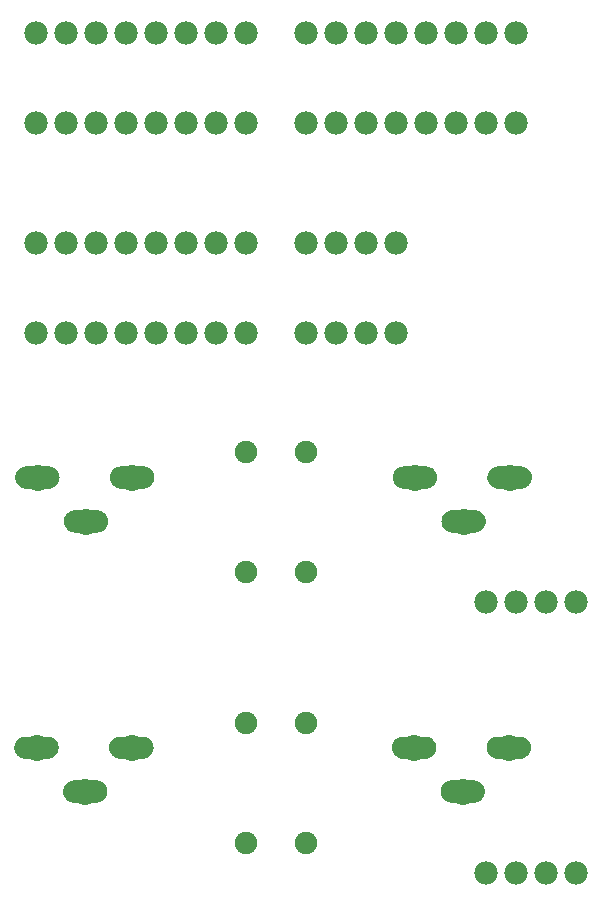
<source format=gbl>
G04 MADE WITH FRITZING*
G04 WWW.FRITZING.ORG*
G04 DOUBLE SIDED*
G04 HOLES PLATED*
G04 CONTOUR ON CENTER OF CONTOUR VECTOR*
%ASAXBY*%
%FSLAX23Y23*%
%MOIN*%
%OFA0B0*%
%SFA1.0B1.0*%
%ADD10C,0.078000*%
%ADD11C,0.075000*%
%ADD12C,0.087244*%
%ADD13R,0.001000X0.001000*%
%LNCOPPER0*%
G90*
G70*
G54D10*
X1820Y3439D03*
X1720Y3439D03*
X1620Y3439D03*
X1520Y3439D03*
X1420Y3439D03*
X1320Y3439D03*
X1220Y3439D03*
X1120Y3439D03*
X920Y3439D03*
X820Y3439D03*
X720Y3439D03*
X620Y3439D03*
X520Y3439D03*
X420Y3439D03*
X320Y3439D03*
X220Y3439D03*
X1420Y2739D03*
X1320Y2739D03*
X1220Y2739D03*
X1120Y2739D03*
X920Y3739D03*
X820Y3739D03*
X720Y3739D03*
X620Y3739D03*
X520Y3739D03*
X420Y3739D03*
X320Y3739D03*
X220Y3739D03*
X920Y2739D03*
X820Y2739D03*
X720Y2739D03*
X620Y2739D03*
X520Y2739D03*
X420Y2739D03*
X320Y2739D03*
X220Y2739D03*
X1820Y3739D03*
X1720Y3739D03*
X1620Y3739D03*
X1520Y3739D03*
X1420Y3739D03*
X1320Y3739D03*
X1220Y3739D03*
X1120Y3739D03*
X1420Y3039D03*
X1320Y3039D03*
X1220Y3039D03*
X1120Y3039D03*
X920Y3039D03*
X820Y3039D03*
X720Y3039D03*
X620Y3039D03*
X520Y3039D03*
X420Y3039D03*
X320Y3039D03*
X220Y3039D03*
G54D11*
X1123Y2340D03*
X1123Y1940D03*
X1120Y1439D03*
X1120Y1039D03*
X923Y2340D03*
X923Y1940D03*
X920Y1439D03*
X920Y1039D03*
G54D10*
X2023Y1840D03*
X1923Y1840D03*
X1823Y1840D03*
X1723Y1840D03*
X2020Y939D03*
X1920Y939D03*
X1820Y939D03*
X1720Y939D03*
G54D12*
X1798Y1355D03*
X1801Y2256D03*
X542Y2256D03*
X540Y1355D03*
X1645Y1209D03*
X1648Y2109D03*
X386Y1209D03*
X389Y2109D03*
X1482Y1355D03*
X1485Y2256D03*
X227Y2256D03*
X224Y1355D03*
G54D13*
X185Y2293D02*
X267Y2293D01*
X501Y2293D02*
X583Y2293D01*
X1444Y2293D02*
X1525Y2293D01*
X1760Y2293D02*
X1841Y2293D01*
X180Y2292D02*
X272Y2292D01*
X496Y2292D02*
X588Y2292D01*
X1439Y2292D02*
X1530Y2292D01*
X1755Y2292D02*
X1846Y2292D01*
X177Y2291D02*
X275Y2291D01*
X493Y2291D02*
X591Y2291D01*
X1435Y2291D02*
X1534Y2291D01*
X1751Y2291D02*
X1850Y2291D01*
X174Y2290D02*
X278Y2290D01*
X490Y2290D02*
X594Y2290D01*
X1433Y2290D02*
X1536Y2290D01*
X1749Y2290D02*
X1852Y2290D01*
X172Y2289D02*
X280Y2289D01*
X488Y2289D02*
X596Y2289D01*
X1431Y2289D02*
X1538Y2289D01*
X1747Y2289D02*
X1854Y2289D01*
X171Y2288D02*
X281Y2288D01*
X486Y2288D02*
X597Y2288D01*
X1429Y2288D02*
X1540Y2288D01*
X1745Y2288D02*
X1856Y2288D01*
X169Y2287D02*
X283Y2287D01*
X485Y2287D02*
X599Y2287D01*
X1427Y2287D02*
X1542Y2287D01*
X1743Y2287D02*
X1857Y2287D01*
X168Y2286D02*
X284Y2286D01*
X483Y2286D02*
X600Y2286D01*
X1426Y2286D02*
X1543Y2286D01*
X1742Y2286D02*
X1859Y2286D01*
X166Y2285D02*
X286Y2285D01*
X482Y2285D02*
X602Y2285D01*
X1425Y2285D02*
X1544Y2285D01*
X1741Y2285D02*
X1860Y2285D01*
X165Y2284D02*
X287Y2284D01*
X481Y2284D02*
X603Y2284D01*
X1424Y2284D02*
X1545Y2284D01*
X1739Y2284D02*
X1861Y2284D01*
X164Y2283D02*
X288Y2283D01*
X480Y2283D02*
X604Y2283D01*
X1423Y2283D02*
X1547Y2283D01*
X1738Y2283D02*
X1862Y2283D01*
X163Y2282D02*
X289Y2282D01*
X479Y2282D02*
X605Y2282D01*
X1422Y2282D02*
X1548Y2282D01*
X1737Y2282D02*
X1863Y2282D01*
X162Y2281D02*
X290Y2281D01*
X478Y2281D02*
X606Y2281D01*
X1421Y2281D02*
X1548Y2281D01*
X1736Y2281D02*
X1864Y2281D01*
X161Y2280D02*
X291Y2280D01*
X477Y2280D02*
X607Y2280D01*
X1420Y2280D02*
X1549Y2280D01*
X1736Y2280D02*
X1865Y2280D01*
X160Y2279D02*
X292Y2279D01*
X476Y2279D02*
X608Y2279D01*
X1419Y2279D02*
X1550Y2279D01*
X1735Y2279D02*
X1866Y2279D01*
X160Y2278D02*
X222Y2278D01*
X230Y2278D02*
X292Y2278D01*
X476Y2278D02*
X538Y2278D01*
X546Y2278D02*
X608Y2278D01*
X1418Y2278D02*
X1481Y2278D01*
X1488Y2278D02*
X1551Y2278D01*
X1734Y2278D02*
X1797Y2278D01*
X1804Y2278D02*
X1867Y2278D01*
X159Y2277D02*
X218Y2277D01*
X234Y2277D02*
X293Y2277D01*
X475Y2277D02*
X534Y2277D01*
X549Y2277D02*
X609Y2277D01*
X1417Y2277D02*
X1477Y2277D01*
X1492Y2277D02*
X1552Y2277D01*
X1733Y2277D02*
X1793Y2277D01*
X1808Y2277D02*
X1868Y2277D01*
X158Y2276D02*
X216Y2276D01*
X236Y2276D02*
X294Y2276D01*
X474Y2276D02*
X532Y2276D01*
X552Y2276D02*
X610Y2276D01*
X1417Y2276D02*
X1475Y2276D01*
X1495Y2276D02*
X1552Y2276D01*
X1733Y2276D02*
X1790Y2276D01*
X1810Y2276D02*
X1868Y2276D01*
X158Y2275D02*
X214Y2275D01*
X238Y2275D02*
X294Y2275D01*
X474Y2275D02*
X530Y2275D01*
X554Y2275D02*
X610Y2275D01*
X1416Y2275D02*
X1473Y2275D01*
X1496Y2275D02*
X1553Y2275D01*
X1732Y2275D02*
X1789Y2275D01*
X1812Y2275D02*
X1869Y2275D01*
X157Y2274D02*
X213Y2274D01*
X239Y2274D02*
X295Y2274D01*
X473Y2274D02*
X528Y2274D01*
X555Y2274D02*
X611Y2274D01*
X1416Y2274D02*
X1471Y2274D01*
X1498Y2274D02*
X1554Y2274D01*
X1731Y2274D02*
X1787Y2274D01*
X1814Y2274D02*
X1869Y2274D01*
X157Y2273D02*
X211Y2273D01*
X241Y2273D02*
X296Y2273D01*
X472Y2273D02*
X527Y2273D01*
X557Y2273D02*
X611Y2273D01*
X1415Y2273D02*
X1470Y2273D01*
X1499Y2273D02*
X1554Y2273D01*
X1731Y2273D02*
X1786Y2273D01*
X1815Y2273D02*
X1870Y2273D01*
X156Y2272D02*
X210Y2272D01*
X242Y2272D02*
X296Y2272D01*
X472Y2272D02*
X526Y2272D01*
X558Y2272D02*
X612Y2272D01*
X1415Y2272D02*
X1469Y2272D01*
X1500Y2272D02*
X1554Y2272D01*
X1730Y2272D02*
X1785Y2272D01*
X1816Y2272D02*
X1870Y2272D01*
X156Y2271D02*
X209Y2271D01*
X243Y2271D02*
X296Y2271D01*
X471Y2271D02*
X525Y2271D01*
X559Y2271D02*
X612Y2271D01*
X1414Y2271D02*
X1468Y2271D01*
X1501Y2271D02*
X1555Y2271D01*
X1730Y2271D02*
X1784Y2271D01*
X1817Y2271D02*
X1871Y2271D01*
X155Y2270D02*
X208Y2270D01*
X244Y2270D02*
X297Y2270D01*
X471Y2270D02*
X524Y2270D01*
X559Y2270D02*
X613Y2270D01*
X1414Y2270D02*
X1467Y2270D01*
X1502Y2270D02*
X1555Y2270D01*
X1730Y2270D02*
X1783Y2270D01*
X1818Y2270D02*
X1871Y2270D01*
X155Y2269D02*
X208Y2269D01*
X244Y2269D02*
X297Y2269D01*
X471Y2269D02*
X524Y2269D01*
X560Y2269D02*
X613Y2269D01*
X1413Y2269D02*
X1466Y2269D01*
X1503Y2269D02*
X1556Y2269D01*
X1729Y2269D02*
X1782Y2269D01*
X1819Y2269D02*
X1872Y2269D01*
X154Y2268D02*
X207Y2268D01*
X245Y2268D02*
X298Y2268D01*
X470Y2268D02*
X523Y2268D01*
X561Y2268D02*
X613Y2268D01*
X1413Y2268D02*
X1466Y2268D01*
X1504Y2268D02*
X1556Y2268D01*
X1729Y2268D02*
X1781Y2268D01*
X1819Y2268D02*
X1872Y2268D01*
X154Y2267D02*
X206Y2267D01*
X246Y2267D02*
X298Y2267D01*
X470Y2267D02*
X522Y2267D01*
X561Y2267D02*
X614Y2267D01*
X1413Y2267D02*
X1465Y2267D01*
X1504Y2267D02*
X1556Y2267D01*
X1729Y2267D02*
X1781Y2267D01*
X1820Y2267D02*
X1872Y2267D01*
X154Y2266D02*
X206Y2266D01*
X246Y2266D02*
X298Y2266D01*
X470Y2266D02*
X522Y2266D01*
X562Y2266D02*
X614Y2266D01*
X1412Y2266D02*
X1464Y2266D01*
X1505Y2266D02*
X1557Y2266D01*
X1728Y2266D02*
X1780Y2266D01*
X1821Y2266D02*
X1873Y2266D01*
X154Y2265D02*
X205Y2265D01*
X247Y2265D02*
X298Y2265D01*
X469Y2265D02*
X521Y2265D01*
X563Y2265D02*
X614Y2265D01*
X1412Y2265D02*
X1464Y2265D01*
X1505Y2265D02*
X1557Y2265D01*
X1728Y2265D02*
X1780Y2265D01*
X1821Y2265D02*
X1873Y2265D01*
X153Y2264D02*
X205Y2264D01*
X247Y2264D02*
X299Y2264D01*
X469Y2264D02*
X521Y2264D01*
X563Y2264D02*
X615Y2264D01*
X1412Y2264D02*
X1464Y2264D01*
X1506Y2264D02*
X1557Y2264D01*
X1728Y2264D02*
X1779Y2264D01*
X1821Y2264D02*
X1873Y2264D01*
X153Y2263D02*
X205Y2263D01*
X247Y2263D02*
X299Y2263D01*
X469Y2263D02*
X521Y2263D01*
X563Y2263D02*
X615Y2263D01*
X1412Y2263D02*
X1463Y2263D01*
X1506Y2263D02*
X1557Y2263D01*
X1728Y2263D02*
X1779Y2263D01*
X1822Y2263D02*
X1873Y2263D01*
X153Y2262D02*
X204Y2262D01*
X248Y2262D02*
X299Y2262D01*
X469Y2262D02*
X520Y2262D01*
X564Y2262D02*
X615Y2262D01*
X1412Y2262D02*
X1463Y2262D01*
X1506Y2262D02*
X1558Y2262D01*
X1727Y2262D02*
X1779Y2262D01*
X1822Y2262D02*
X1873Y2262D01*
X153Y2261D02*
X204Y2261D01*
X248Y2261D02*
X299Y2261D01*
X469Y2261D02*
X520Y2261D01*
X564Y2261D02*
X615Y2261D01*
X1411Y2261D02*
X1463Y2261D01*
X1507Y2261D02*
X1558Y2261D01*
X1727Y2261D02*
X1778Y2261D01*
X1822Y2261D02*
X1874Y2261D01*
X153Y2260D02*
X204Y2260D01*
X248Y2260D02*
X299Y2260D01*
X469Y2260D02*
X520Y2260D01*
X564Y2260D02*
X615Y2260D01*
X1411Y2260D02*
X1462Y2260D01*
X1507Y2260D02*
X1558Y2260D01*
X1727Y2260D02*
X1778Y2260D01*
X1823Y2260D02*
X1874Y2260D01*
X153Y2259D02*
X204Y2259D01*
X248Y2259D02*
X299Y2259D01*
X469Y2259D02*
X520Y2259D01*
X564Y2259D02*
X615Y2259D01*
X1411Y2259D02*
X1462Y2259D01*
X1507Y2259D02*
X1558Y2259D01*
X1727Y2259D02*
X1778Y2259D01*
X1823Y2259D02*
X1874Y2259D01*
X153Y2258D02*
X204Y2258D01*
X248Y2258D02*
X299Y2258D01*
X468Y2258D02*
X519Y2258D01*
X564Y2258D02*
X615Y2258D01*
X1411Y2258D02*
X1462Y2258D01*
X1507Y2258D02*
X1558Y2258D01*
X1727Y2258D02*
X1778Y2258D01*
X1823Y2258D02*
X1874Y2258D01*
X153Y2257D02*
X204Y2257D01*
X249Y2257D02*
X299Y2257D01*
X468Y2257D02*
X519Y2257D01*
X564Y2257D02*
X615Y2257D01*
X1411Y2257D02*
X1462Y2257D01*
X1507Y2257D02*
X1558Y2257D01*
X1727Y2257D02*
X1778Y2257D01*
X1823Y2257D02*
X1874Y2257D01*
X153Y2256D02*
X204Y2256D01*
X249Y2256D02*
X300Y2256D01*
X468Y2256D02*
X519Y2256D01*
X564Y2256D02*
X615Y2256D01*
X1411Y2256D02*
X1462Y2256D01*
X1507Y2256D02*
X1558Y2256D01*
X1727Y2256D02*
X1778Y2256D01*
X1823Y2256D02*
X1874Y2256D01*
X153Y2255D02*
X204Y2255D01*
X248Y2255D02*
X299Y2255D01*
X468Y2255D02*
X519Y2255D01*
X564Y2255D02*
X615Y2255D01*
X1411Y2255D02*
X1462Y2255D01*
X1507Y2255D02*
X1558Y2255D01*
X1727Y2255D02*
X1778Y2255D01*
X1823Y2255D02*
X1874Y2255D01*
X153Y2254D02*
X204Y2254D01*
X248Y2254D02*
X299Y2254D01*
X469Y2254D02*
X520Y2254D01*
X564Y2254D02*
X615Y2254D01*
X1411Y2254D02*
X1462Y2254D01*
X1507Y2254D02*
X1558Y2254D01*
X1727Y2254D02*
X1778Y2254D01*
X1823Y2254D02*
X1874Y2254D01*
X153Y2253D02*
X204Y2253D01*
X248Y2253D02*
X299Y2253D01*
X469Y2253D02*
X520Y2253D01*
X564Y2253D02*
X615Y2253D01*
X1411Y2253D02*
X1462Y2253D01*
X1507Y2253D02*
X1558Y2253D01*
X1727Y2253D02*
X1778Y2253D01*
X1823Y2253D02*
X1874Y2253D01*
X153Y2252D02*
X204Y2252D01*
X248Y2252D02*
X299Y2252D01*
X469Y2252D02*
X520Y2252D01*
X564Y2252D02*
X615Y2252D01*
X1411Y2252D02*
X1462Y2252D01*
X1507Y2252D02*
X1558Y2252D01*
X1727Y2252D02*
X1778Y2252D01*
X1822Y2252D02*
X1874Y2252D01*
X153Y2251D02*
X204Y2251D01*
X248Y2251D02*
X299Y2251D01*
X469Y2251D02*
X520Y2251D01*
X564Y2251D02*
X615Y2251D01*
X1411Y2251D02*
X1463Y2251D01*
X1506Y2251D02*
X1558Y2251D01*
X1727Y2251D02*
X1779Y2251D01*
X1822Y2251D02*
X1873Y2251D01*
X153Y2250D02*
X205Y2250D01*
X248Y2250D02*
X299Y2250D01*
X469Y2250D02*
X520Y2250D01*
X563Y2250D02*
X615Y2250D01*
X1412Y2250D02*
X1463Y2250D01*
X1506Y2250D02*
X1557Y2250D01*
X1727Y2250D02*
X1779Y2250D01*
X1822Y2250D02*
X1873Y2250D01*
X153Y2249D02*
X205Y2249D01*
X247Y2249D02*
X299Y2249D01*
X469Y2249D02*
X521Y2249D01*
X563Y2249D02*
X615Y2249D01*
X1412Y2249D02*
X1463Y2249D01*
X1506Y2249D02*
X1557Y2249D01*
X1728Y2249D02*
X1779Y2249D01*
X1822Y2249D02*
X1873Y2249D01*
X154Y2248D02*
X205Y2248D01*
X247Y2248D02*
X299Y2248D01*
X469Y2248D02*
X521Y2248D01*
X563Y2248D02*
X614Y2248D01*
X1412Y2248D02*
X1464Y2248D01*
X1505Y2248D02*
X1557Y2248D01*
X1728Y2248D02*
X1780Y2248D01*
X1821Y2248D02*
X1873Y2248D01*
X154Y2247D02*
X206Y2247D01*
X246Y2247D02*
X298Y2247D01*
X470Y2247D02*
X522Y2247D01*
X562Y2247D02*
X614Y2247D01*
X1412Y2247D02*
X1464Y2247D01*
X1505Y2247D02*
X1557Y2247D01*
X1728Y2247D02*
X1780Y2247D01*
X1821Y2247D02*
X1873Y2247D01*
X154Y2246D02*
X206Y2246D01*
X246Y2246D02*
X298Y2246D01*
X470Y2246D02*
X522Y2246D01*
X562Y2246D02*
X614Y2246D01*
X1413Y2246D02*
X1465Y2246D01*
X1504Y2246D02*
X1557Y2246D01*
X1728Y2246D02*
X1781Y2246D01*
X1820Y2246D02*
X1872Y2246D01*
X154Y2245D02*
X207Y2245D01*
X245Y2245D02*
X298Y2245D01*
X470Y2245D02*
X523Y2245D01*
X561Y2245D02*
X614Y2245D01*
X1413Y2245D02*
X1465Y2245D01*
X1504Y2245D02*
X1556Y2245D01*
X1729Y2245D02*
X1781Y2245D01*
X1820Y2245D02*
X1872Y2245D01*
X155Y2244D02*
X207Y2244D01*
X245Y2244D02*
X297Y2244D01*
X471Y2244D02*
X523Y2244D01*
X561Y2244D02*
X613Y2244D01*
X1413Y2244D02*
X1466Y2244D01*
X1503Y2244D02*
X1556Y2244D01*
X1729Y2244D02*
X1782Y2244D01*
X1819Y2244D02*
X1872Y2244D01*
X155Y2243D02*
X208Y2243D01*
X244Y2243D02*
X297Y2243D01*
X471Y2243D02*
X524Y2243D01*
X560Y2243D02*
X613Y2243D01*
X1414Y2243D02*
X1467Y2243D01*
X1503Y2243D02*
X1556Y2243D01*
X1729Y2243D02*
X1782Y2243D01*
X1818Y2243D02*
X1871Y2243D01*
X155Y2242D02*
X209Y2242D01*
X243Y2242D02*
X297Y2242D01*
X471Y2242D02*
X525Y2242D01*
X559Y2242D02*
X613Y2242D01*
X1414Y2242D02*
X1467Y2242D01*
X1502Y2242D02*
X1555Y2242D01*
X1730Y2242D02*
X1783Y2242D01*
X1818Y2242D02*
X1871Y2242D01*
X156Y2241D02*
X210Y2241D01*
X242Y2241D02*
X296Y2241D01*
X472Y2241D02*
X526Y2241D01*
X558Y2241D02*
X612Y2241D01*
X1414Y2241D02*
X1468Y2241D01*
X1501Y2241D02*
X1555Y2241D01*
X1730Y2241D02*
X1784Y2241D01*
X1817Y2241D02*
X1871Y2241D01*
X156Y2240D02*
X211Y2240D01*
X241Y2240D02*
X296Y2240D01*
X472Y2240D02*
X527Y2240D01*
X557Y2240D02*
X612Y2240D01*
X1415Y2240D02*
X1469Y2240D01*
X1500Y2240D02*
X1554Y2240D01*
X1731Y2240D02*
X1785Y2240D01*
X1816Y2240D02*
X1870Y2240D01*
X157Y2239D02*
X212Y2239D01*
X240Y2239D02*
X295Y2239D01*
X473Y2239D02*
X528Y2239D01*
X556Y2239D02*
X611Y2239D01*
X1415Y2239D02*
X1471Y2239D01*
X1499Y2239D02*
X1554Y2239D01*
X1731Y2239D02*
X1786Y2239D01*
X1814Y2239D02*
X1870Y2239D01*
X157Y2238D02*
X213Y2238D01*
X239Y2238D02*
X295Y2238D01*
X473Y2238D02*
X529Y2238D01*
X555Y2238D02*
X611Y2238D01*
X1416Y2238D02*
X1472Y2238D01*
X1497Y2238D02*
X1553Y2238D01*
X1732Y2238D02*
X1788Y2238D01*
X1813Y2238D02*
X1869Y2238D01*
X158Y2237D02*
X215Y2237D01*
X237Y2237D02*
X294Y2237D01*
X474Y2237D02*
X531Y2237D01*
X553Y2237D02*
X610Y2237D01*
X1417Y2237D02*
X1474Y2237D01*
X1495Y2237D02*
X1553Y2237D01*
X1732Y2237D02*
X1789Y2237D01*
X1811Y2237D02*
X1868Y2237D01*
X159Y2236D02*
X217Y2236D01*
X235Y2236D02*
X293Y2236D01*
X474Y2236D02*
X533Y2236D01*
X551Y2236D02*
X609Y2236D01*
X1417Y2236D02*
X1476Y2236D01*
X1494Y2236D02*
X1552Y2236D01*
X1733Y2236D02*
X1791Y2236D01*
X1809Y2236D02*
X1868Y2236D01*
X159Y2235D02*
X220Y2235D01*
X232Y2235D02*
X293Y2235D01*
X475Y2235D02*
X536Y2235D01*
X548Y2235D02*
X609Y2235D01*
X1418Y2235D02*
X1479Y2235D01*
X1490Y2235D02*
X1551Y2235D01*
X1734Y2235D02*
X1795Y2235D01*
X1806Y2235D02*
X1867Y2235D01*
X160Y2234D02*
X292Y2234D01*
X476Y2234D02*
X608Y2234D01*
X1419Y2234D02*
X1551Y2234D01*
X1734Y2234D02*
X1866Y2234D01*
X161Y2233D02*
X291Y2233D01*
X477Y2233D02*
X607Y2233D01*
X1419Y2233D02*
X1550Y2233D01*
X1735Y2233D02*
X1866Y2233D01*
X162Y2232D02*
X290Y2232D01*
X478Y2232D02*
X606Y2232D01*
X1420Y2232D02*
X1549Y2232D01*
X1736Y2232D02*
X1865Y2232D01*
X163Y2231D02*
X290Y2231D01*
X478Y2231D02*
X605Y2231D01*
X1421Y2231D02*
X1548Y2231D01*
X1737Y2231D02*
X1864Y2231D01*
X164Y2230D02*
X289Y2230D01*
X479Y2230D02*
X604Y2230D01*
X1422Y2230D02*
X1547Y2230D01*
X1738Y2230D02*
X1863Y2230D01*
X165Y2229D02*
X288Y2229D01*
X480Y2229D02*
X603Y2229D01*
X1423Y2229D02*
X1546Y2229D01*
X1739Y2229D02*
X1862Y2229D01*
X166Y2228D02*
X286Y2228D01*
X482Y2228D02*
X602Y2228D01*
X1424Y2228D02*
X1545Y2228D01*
X1740Y2228D02*
X1861Y2228D01*
X167Y2227D02*
X285Y2227D01*
X483Y2227D02*
X601Y2227D01*
X1425Y2227D02*
X1544Y2227D01*
X1741Y2227D02*
X1859Y2227D01*
X168Y2226D02*
X284Y2226D01*
X484Y2226D02*
X600Y2226D01*
X1427Y2226D02*
X1542Y2226D01*
X1743Y2226D02*
X1858Y2226D01*
X170Y2225D02*
X282Y2225D01*
X486Y2225D02*
X598Y2225D01*
X1428Y2225D02*
X1541Y2225D01*
X1744Y2225D02*
X1857Y2225D01*
X171Y2224D02*
X281Y2224D01*
X487Y2224D02*
X596Y2224D01*
X1430Y2224D02*
X1539Y2224D01*
X1746Y2224D02*
X1855Y2224D01*
X173Y2223D02*
X279Y2223D01*
X489Y2223D02*
X595Y2223D01*
X1432Y2223D02*
X1537Y2223D01*
X1748Y2223D02*
X1853Y2223D01*
X176Y2222D02*
X277Y2222D01*
X491Y2222D02*
X592Y2222D01*
X1434Y2222D02*
X1535Y2222D01*
X1750Y2222D02*
X1851Y2222D01*
X178Y2221D02*
X274Y2221D01*
X494Y2221D02*
X590Y2221D01*
X1437Y2221D02*
X1532Y2221D01*
X1753Y2221D02*
X1848Y2221D01*
X182Y2220D02*
X270Y2220D01*
X498Y2220D02*
X586Y2220D01*
X1441Y2220D02*
X1528Y2220D01*
X1757Y2220D02*
X1844Y2220D01*
X345Y2146D02*
X432Y2146D01*
X1603Y2146D02*
X1691Y2146D01*
X341Y2145D02*
X436Y2145D01*
X1599Y2145D02*
X1695Y2145D01*
X338Y2144D02*
X439Y2144D01*
X1596Y2144D02*
X1697Y2144D01*
X336Y2143D02*
X441Y2143D01*
X1594Y2143D02*
X1700Y2143D01*
X334Y2142D02*
X443Y2142D01*
X1592Y2142D02*
X1702Y2142D01*
X332Y2141D02*
X445Y2141D01*
X1591Y2141D02*
X1703Y2141D01*
X331Y2140D02*
X446Y2140D01*
X1589Y2140D02*
X1705Y2140D01*
X329Y2139D02*
X448Y2139D01*
X1588Y2139D02*
X1706Y2139D01*
X328Y2138D02*
X449Y2138D01*
X1587Y2138D02*
X1707Y2138D01*
X327Y2137D02*
X450Y2137D01*
X1585Y2137D02*
X1708Y2137D01*
X326Y2136D02*
X451Y2136D01*
X1584Y2136D02*
X1709Y2136D01*
X325Y2135D02*
X452Y2135D01*
X1583Y2135D02*
X1710Y2135D01*
X324Y2134D02*
X453Y2134D01*
X1583Y2134D02*
X1711Y2134D01*
X323Y2133D02*
X454Y2133D01*
X1582Y2133D02*
X1712Y2133D01*
X322Y2132D02*
X454Y2132D01*
X1581Y2132D02*
X1713Y2132D01*
X322Y2131D02*
X383Y2131D01*
X394Y2131D02*
X455Y2131D01*
X1580Y2131D02*
X1641Y2131D01*
X1653Y2131D02*
X1714Y2131D01*
X321Y2130D02*
X379Y2130D01*
X397Y2130D02*
X456Y2130D01*
X1579Y2130D02*
X1638Y2130D01*
X1656Y2130D02*
X1714Y2130D01*
X320Y2129D02*
X377Y2129D01*
X399Y2129D02*
X456Y2129D01*
X1579Y2129D02*
X1636Y2129D01*
X1658Y2129D02*
X1715Y2129D01*
X320Y2128D02*
X376Y2128D01*
X401Y2128D02*
X457Y2128D01*
X1578Y2128D02*
X1634Y2128D01*
X1660Y2128D02*
X1716Y2128D01*
X319Y2127D02*
X374Y2127D01*
X402Y2127D02*
X458Y2127D01*
X1578Y2127D02*
X1633Y2127D01*
X1661Y2127D02*
X1716Y2127D01*
X319Y2126D02*
X373Y2126D01*
X404Y2126D02*
X458Y2126D01*
X1577Y2126D02*
X1632Y2126D01*
X1662Y2126D02*
X1717Y2126D01*
X318Y2125D02*
X372Y2125D01*
X405Y2125D02*
X459Y2125D01*
X1577Y2125D02*
X1631Y2125D01*
X1663Y2125D02*
X1717Y2125D01*
X318Y2124D02*
X371Y2124D01*
X406Y2124D02*
X459Y2124D01*
X1576Y2124D02*
X1630Y2124D01*
X1664Y2124D02*
X1718Y2124D01*
X317Y2123D02*
X370Y2123D01*
X406Y2123D02*
X459Y2123D01*
X1576Y2123D02*
X1629Y2123D01*
X1665Y2123D02*
X1718Y2123D01*
X317Y2122D02*
X370Y2122D01*
X407Y2122D02*
X460Y2122D01*
X1576Y2122D02*
X1628Y2122D01*
X1666Y2122D02*
X1718Y2122D01*
X317Y2121D02*
X369Y2121D01*
X408Y2121D02*
X460Y2121D01*
X1575Y2121D02*
X1628Y2121D01*
X1666Y2121D02*
X1719Y2121D01*
X316Y2120D02*
X369Y2120D01*
X408Y2120D02*
X460Y2120D01*
X1575Y2120D02*
X1627Y2120D01*
X1667Y2120D02*
X1719Y2120D01*
X316Y2119D02*
X368Y2119D01*
X409Y2119D02*
X461Y2119D01*
X1575Y2119D02*
X1627Y2119D01*
X1667Y2119D02*
X1719Y2119D01*
X316Y2118D02*
X368Y2118D01*
X409Y2118D02*
X461Y2118D01*
X1574Y2118D02*
X1626Y2118D01*
X1668Y2118D02*
X1719Y2118D01*
X316Y2117D02*
X367Y2117D01*
X410Y2117D02*
X461Y2117D01*
X1574Y2117D02*
X1626Y2117D01*
X1668Y2117D02*
X1720Y2117D01*
X316Y2116D02*
X367Y2116D01*
X410Y2116D02*
X461Y2116D01*
X1574Y2116D02*
X1625Y2116D01*
X1668Y2116D02*
X1720Y2116D01*
X315Y2115D02*
X367Y2115D01*
X410Y2115D02*
X462Y2115D01*
X1574Y2115D02*
X1625Y2115D01*
X1669Y2115D02*
X1720Y2115D01*
X315Y2114D02*
X366Y2114D01*
X411Y2114D02*
X462Y2114D01*
X1574Y2114D02*
X1625Y2114D01*
X1669Y2114D02*
X1720Y2114D01*
X315Y2113D02*
X366Y2113D01*
X411Y2113D02*
X462Y2113D01*
X1574Y2113D02*
X1625Y2113D01*
X1669Y2113D02*
X1720Y2113D01*
X315Y2112D02*
X366Y2112D01*
X411Y2112D02*
X462Y2112D01*
X1574Y2112D02*
X1625Y2112D01*
X1669Y2112D02*
X1720Y2112D01*
X315Y2111D02*
X366Y2111D01*
X411Y2111D02*
X462Y2111D01*
X1574Y2111D02*
X1624Y2111D01*
X1669Y2111D02*
X1720Y2111D01*
X315Y2110D02*
X366Y2110D01*
X411Y2110D02*
X462Y2110D01*
X1573Y2110D02*
X1624Y2110D01*
X1669Y2110D02*
X1720Y2110D01*
X315Y2109D02*
X366Y2109D01*
X411Y2109D02*
X462Y2109D01*
X1573Y2109D02*
X1624Y2109D01*
X1669Y2109D02*
X1720Y2109D01*
X315Y2108D02*
X366Y2108D01*
X411Y2108D02*
X462Y2108D01*
X1574Y2108D02*
X1625Y2108D01*
X1669Y2108D02*
X1720Y2108D01*
X315Y2107D02*
X366Y2107D01*
X411Y2107D02*
X462Y2107D01*
X1574Y2107D02*
X1625Y2107D01*
X1669Y2107D02*
X1720Y2107D01*
X315Y2106D02*
X366Y2106D01*
X411Y2106D02*
X462Y2106D01*
X1574Y2106D02*
X1625Y2106D01*
X1669Y2106D02*
X1720Y2106D01*
X315Y2105D02*
X366Y2105D01*
X410Y2105D02*
X462Y2105D01*
X1574Y2105D02*
X1625Y2105D01*
X1669Y2105D02*
X1720Y2105D01*
X315Y2104D02*
X367Y2104D01*
X410Y2104D02*
X461Y2104D01*
X1574Y2104D02*
X1625Y2104D01*
X1669Y2104D02*
X1720Y2104D01*
X316Y2103D02*
X367Y2103D01*
X410Y2103D02*
X461Y2103D01*
X1574Y2103D02*
X1626Y2103D01*
X1668Y2103D02*
X1720Y2103D01*
X316Y2102D02*
X367Y2102D01*
X409Y2102D02*
X461Y2102D01*
X1574Y2102D02*
X1626Y2102D01*
X1668Y2102D02*
X1720Y2102D01*
X316Y2101D02*
X368Y2101D01*
X409Y2101D02*
X461Y2101D01*
X1575Y2101D02*
X1626Y2101D01*
X1668Y2101D02*
X1719Y2101D01*
X316Y2100D02*
X368Y2100D01*
X409Y2100D02*
X461Y2100D01*
X1575Y2100D02*
X1627Y2100D01*
X1667Y2100D02*
X1719Y2100D01*
X317Y2099D02*
X369Y2099D01*
X408Y2099D02*
X460Y2099D01*
X1575Y2099D02*
X1627Y2099D01*
X1667Y2099D02*
X1719Y2099D01*
X317Y2098D02*
X369Y2098D01*
X407Y2098D02*
X460Y2098D01*
X1575Y2098D02*
X1628Y2098D01*
X1666Y2098D02*
X1718Y2098D01*
X317Y2097D02*
X370Y2097D01*
X407Y2097D02*
X460Y2097D01*
X1576Y2097D02*
X1629Y2097D01*
X1665Y2097D02*
X1718Y2097D01*
X318Y2096D02*
X371Y2096D01*
X406Y2096D02*
X459Y2096D01*
X1576Y2096D02*
X1629Y2096D01*
X1664Y2096D02*
X1718Y2096D01*
X318Y2095D02*
X372Y2095D01*
X405Y2095D02*
X459Y2095D01*
X1577Y2095D02*
X1630Y2095D01*
X1664Y2095D02*
X1717Y2095D01*
X318Y2094D02*
X373Y2094D01*
X404Y2094D02*
X458Y2094D01*
X1577Y2094D02*
X1631Y2094D01*
X1663Y2094D02*
X1717Y2094D01*
X319Y2093D02*
X374Y2093D01*
X403Y2093D02*
X458Y2093D01*
X1577Y2093D02*
X1632Y2093D01*
X1662Y2093D02*
X1716Y2093D01*
X319Y2092D02*
X375Y2092D01*
X402Y2092D02*
X457Y2092D01*
X1578Y2092D02*
X1634Y2092D01*
X1660Y2092D02*
X1716Y2092D01*
X320Y2091D02*
X377Y2091D01*
X400Y2091D02*
X457Y2091D01*
X1579Y2091D02*
X1635Y2091D01*
X1659Y2091D02*
X1715Y2091D01*
X321Y2090D02*
X378Y2090D01*
X398Y2090D02*
X456Y2090D01*
X1579Y2090D02*
X1637Y2090D01*
X1657Y2090D02*
X1715Y2090D01*
X321Y2089D02*
X381Y2089D01*
X396Y2089D02*
X456Y2089D01*
X1580Y2089D02*
X1639Y2089D01*
X1654Y2089D02*
X1714Y2089D01*
X322Y2088D02*
X385Y2088D01*
X392Y2088D02*
X455Y2088D01*
X1581Y2088D02*
X1643Y2088D01*
X1651Y2088D02*
X1713Y2088D01*
X323Y2087D02*
X454Y2087D01*
X1581Y2087D02*
X1713Y2087D01*
X324Y2086D02*
X453Y2086D01*
X1582Y2086D02*
X1712Y2086D01*
X324Y2085D02*
X452Y2085D01*
X1583Y2085D02*
X1711Y2085D01*
X325Y2084D02*
X451Y2084D01*
X1584Y2084D02*
X1710Y2084D01*
X326Y2083D02*
X450Y2083D01*
X1585Y2083D02*
X1709Y2083D01*
X327Y2082D02*
X449Y2082D01*
X1586Y2082D02*
X1708Y2082D01*
X329Y2081D02*
X448Y2081D01*
X1587Y2081D02*
X1707Y2081D01*
X330Y2080D02*
X447Y2080D01*
X1588Y2080D02*
X1705Y2080D01*
X331Y2079D02*
X445Y2079D01*
X1590Y2079D02*
X1704Y2079D01*
X333Y2078D02*
X444Y2078D01*
X1591Y2078D02*
X1702Y2078D01*
X335Y2077D02*
X442Y2077D01*
X1593Y2077D02*
X1701Y2077D01*
X337Y2076D02*
X440Y2076D01*
X1595Y2076D02*
X1699Y2076D01*
X339Y2075D02*
X438Y2075D01*
X1598Y2075D02*
X1696Y2075D01*
X343Y2074D02*
X434Y2074D01*
X1601Y2074D02*
X1693Y2074D01*
X348Y2073D02*
X429Y2073D01*
X1606Y2073D02*
X1688Y2073D01*
X179Y1392D02*
X268Y1392D01*
X495Y1392D02*
X584Y1392D01*
X1437Y1392D02*
X1526Y1392D01*
X1753Y1392D02*
X1842Y1392D01*
X175Y1391D02*
X271Y1391D01*
X491Y1391D02*
X587Y1391D01*
X1434Y1391D02*
X1530Y1391D01*
X1750Y1391D02*
X1846Y1391D01*
X173Y1390D02*
X274Y1390D01*
X488Y1390D02*
X590Y1390D01*
X1431Y1390D02*
X1533Y1390D01*
X1747Y1390D02*
X1848Y1390D01*
X170Y1389D02*
X276Y1389D01*
X486Y1389D02*
X592Y1389D01*
X1429Y1389D02*
X1535Y1389D01*
X1745Y1389D02*
X1851Y1389D01*
X169Y1388D02*
X278Y1388D01*
X484Y1388D02*
X594Y1388D01*
X1427Y1388D02*
X1537Y1388D01*
X1743Y1388D02*
X1853Y1388D01*
X167Y1387D02*
X280Y1387D01*
X483Y1387D02*
X596Y1387D01*
X1425Y1387D02*
X1538Y1387D01*
X1741Y1387D02*
X1854Y1387D01*
X165Y1386D02*
X281Y1386D01*
X481Y1386D02*
X597Y1386D01*
X1424Y1386D02*
X1540Y1386D01*
X1740Y1386D02*
X1856Y1386D01*
X164Y1385D02*
X283Y1385D01*
X480Y1385D02*
X598Y1385D01*
X1423Y1385D02*
X1541Y1385D01*
X1738Y1385D02*
X1857Y1385D01*
X163Y1384D02*
X284Y1384D01*
X479Y1384D02*
X600Y1384D01*
X1421Y1384D02*
X1542Y1384D01*
X1737Y1384D02*
X1858Y1384D01*
X162Y1383D02*
X285Y1383D01*
X478Y1383D02*
X601Y1383D01*
X1420Y1383D02*
X1543Y1383D01*
X1736Y1383D02*
X1859Y1383D01*
X161Y1382D02*
X286Y1382D01*
X477Y1382D02*
X602Y1382D01*
X1419Y1382D02*
X1545Y1382D01*
X1735Y1382D02*
X1860Y1382D01*
X160Y1381D02*
X287Y1381D01*
X476Y1381D02*
X603Y1381D01*
X1418Y1381D02*
X1545Y1381D01*
X1734Y1381D02*
X1861Y1381D01*
X159Y1380D02*
X288Y1380D01*
X475Y1380D02*
X604Y1380D01*
X1417Y1380D02*
X1546Y1380D01*
X1733Y1380D02*
X1862Y1380D01*
X158Y1379D02*
X289Y1379D01*
X474Y1379D02*
X605Y1379D01*
X1417Y1379D02*
X1547Y1379D01*
X1732Y1379D02*
X1863Y1379D01*
X157Y1378D02*
X289Y1378D01*
X473Y1378D02*
X605Y1378D01*
X1416Y1378D02*
X1548Y1378D01*
X1732Y1378D02*
X1864Y1378D01*
X157Y1377D02*
X217Y1377D01*
X230Y1377D02*
X290Y1377D01*
X472Y1377D02*
X533Y1377D01*
X545Y1377D02*
X606Y1377D01*
X1415Y1377D02*
X1476Y1377D01*
X1488Y1377D02*
X1549Y1377D01*
X1731Y1377D02*
X1791Y1377D01*
X1804Y1377D02*
X1865Y1377D01*
X156Y1376D02*
X214Y1376D01*
X233Y1376D02*
X291Y1376D01*
X472Y1376D02*
X530Y1376D01*
X549Y1376D02*
X607Y1376D01*
X1414Y1376D02*
X1473Y1376D01*
X1491Y1376D02*
X1549Y1376D01*
X1730Y1376D02*
X1788Y1376D01*
X1807Y1376D02*
X1865Y1376D01*
X155Y1375D02*
X212Y1375D01*
X235Y1375D02*
X291Y1375D01*
X471Y1375D02*
X528Y1375D01*
X550Y1375D02*
X607Y1375D01*
X1414Y1375D02*
X1471Y1375D01*
X1493Y1375D02*
X1550Y1375D01*
X1730Y1375D02*
X1787Y1375D01*
X1809Y1375D02*
X1866Y1375D01*
X155Y1374D02*
X210Y1374D01*
X236Y1374D02*
X292Y1374D01*
X470Y1374D02*
X526Y1374D01*
X552Y1374D02*
X608Y1374D01*
X1413Y1374D02*
X1469Y1374D01*
X1495Y1374D02*
X1551Y1374D01*
X1729Y1374D02*
X1785Y1374D01*
X1811Y1374D02*
X1866Y1374D01*
X154Y1373D02*
X209Y1373D01*
X237Y1373D02*
X293Y1373D01*
X470Y1373D02*
X525Y1373D01*
X553Y1373D02*
X608Y1373D01*
X1413Y1373D02*
X1468Y1373D01*
X1496Y1373D02*
X1551Y1373D01*
X1728Y1373D02*
X1784Y1373D01*
X1812Y1373D02*
X1867Y1373D01*
X154Y1372D02*
X208Y1372D01*
X239Y1372D02*
X293Y1372D01*
X469Y1372D02*
X524Y1372D01*
X555Y1372D02*
X609Y1372D01*
X1412Y1372D02*
X1466Y1372D01*
X1497Y1372D02*
X1552Y1372D01*
X1728Y1372D02*
X1782Y1372D01*
X1813Y1372D02*
X1867Y1372D01*
X153Y1371D02*
X207Y1371D01*
X240Y1371D02*
X294Y1371D01*
X469Y1371D02*
X523Y1371D01*
X556Y1371D02*
X609Y1371D01*
X1412Y1371D02*
X1465Y1371D01*
X1498Y1371D02*
X1552Y1371D01*
X1727Y1371D02*
X1781Y1371D01*
X1814Y1371D02*
X1868Y1371D01*
X153Y1370D02*
X206Y1370D01*
X241Y1370D02*
X294Y1370D01*
X469Y1370D02*
X522Y1370D01*
X556Y1370D02*
X610Y1370D01*
X1411Y1370D02*
X1465Y1370D01*
X1499Y1370D02*
X1553Y1370D01*
X1727Y1370D02*
X1780Y1370D01*
X1815Y1370D02*
X1868Y1370D01*
X152Y1369D02*
X205Y1369D01*
X241Y1369D02*
X294Y1369D01*
X468Y1369D02*
X521Y1369D01*
X557Y1369D02*
X610Y1369D01*
X1411Y1369D02*
X1464Y1369D01*
X1500Y1369D02*
X1553Y1369D01*
X1727Y1369D02*
X1780Y1369D01*
X1816Y1369D02*
X1869Y1369D01*
X152Y1368D02*
X205Y1368D01*
X242Y1368D02*
X295Y1368D01*
X468Y1368D02*
X520Y1368D01*
X558Y1368D02*
X611Y1368D01*
X1410Y1368D02*
X1463Y1368D01*
X1501Y1368D02*
X1553Y1368D01*
X1726Y1368D02*
X1779Y1368D01*
X1817Y1368D02*
X1869Y1368D01*
X152Y1367D02*
X204Y1367D01*
X243Y1367D02*
X295Y1367D01*
X467Y1367D02*
X520Y1367D01*
X559Y1367D02*
X611Y1367D01*
X1410Y1367D02*
X1462Y1367D01*
X1501Y1367D02*
X1554Y1367D01*
X1726Y1367D02*
X1778Y1367D01*
X1817Y1367D02*
X1869Y1367D01*
X151Y1366D02*
X203Y1366D01*
X243Y1366D02*
X295Y1366D01*
X467Y1366D02*
X519Y1366D01*
X559Y1366D02*
X611Y1366D01*
X1410Y1366D02*
X1462Y1366D01*
X1502Y1366D02*
X1554Y1366D01*
X1726Y1366D02*
X1778Y1366D01*
X1818Y1366D02*
X1870Y1366D01*
X151Y1365D02*
X203Y1365D01*
X244Y1365D02*
X296Y1365D01*
X467Y1365D02*
X519Y1365D01*
X560Y1365D02*
X612Y1365D01*
X1410Y1365D02*
X1461Y1365D01*
X1502Y1365D02*
X1554Y1365D01*
X1725Y1365D02*
X1777Y1365D01*
X1818Y1365D02*
X1870Y1365D01*
X151Y1364D02*
X202Y1364D01*
X244Y1364D02*
X296Y1364D01*
X467Y1364D02*
X518Y1364D01*
X560Y1364D02*
X612Y1364D01*
X1409Y1364D02*
X1461Y1364D01*
X1503Y1364D02*
X1554Y1364D01*
X1725Y1364D02*
X1777Y1364D01*
X1819Y1364D02*
X1870Y1364D01*
X151Y1363D02*
X202Y1363D01*
X245Y1363D02*
X296Y1363D01*
X466Y1363D02*
X518Y1363D01*
X560Y1363D02*
X612Y1363D01*
X1409Y1363D02*
X1461Y1363D01*
X1503Y1363D02*
X1555Y1363D01*
X1725Y1363D02*
X1776Y1363D01*
X1819Y1363D02*
X1871Y1363D01*
X150Y1362D02*
X202Y1362D01*
X245Y1362D02*
X296Y1362D01*
X466Y1362D02*
X518Y1362D01*
X561Y1362D02*
X612Y1362D01*
X1409Y1362D02*
X1460Y1362D01*
X1503Y1362D02*
X1555Y1362D01*
X1725Y1362D02*
X1776Y1362D01*
X1819Y1362D02*
X1871Y1362D01*
X150Y1361D02*
X202Y1361D01*
X245Y1361D02*
X296Y1361D01*
X466Y1361D02*
X517Y1361D01*
X561Y1361D02*
X612Y1361D01*
X1409Y1361D02*
X1460Y1361D01*
X1504Y1361D02*
X1555Y1361D01*
X1725Y1361D02*
X1776Y1361D01*
X1820Y1361D02*
X1871Y1361D01*
X150Y1360D02*
X201Y1360D01*
X245Y1360D02*
X297Y1360D01*
X466Y1360D02*
X517Y1360D01*
X561Y1360D02*
X612Y1360D01*
X1409Y1360D02*
X1460Y1360D01*
X1504Y1360D02*
X1555Y1360D01*
X1724Y1360D02*
X1776Y1360D01*
X1820Y1360D02*
X1871Y1360D01*
X150Y1359D02*
X201Y1359D01*
X246Y1359D02*
X297Y1359D01*
X466Y1359D02*
X517Y1359D01*
X561Y1359D02*
X613Y1359D01*
X1409Y1359D02*
X1460Y1359D01*
X1504Y1359D02*
X1555Y1359D01*
X1724Y1359D02*
X1775Y1359D01*
X1820Y1359D02*
X1871Y1359D01*
X150Y1358D02*
X201Y1358D01*
X246Y1358D02*
X297Y1358D01*
X466Y1358D02*
X517Y1358D01*
X562Y1358D02*
X613Y1358D01*
X1408Y1358D02*
X1459Y1358D01*
X1504Y1358D02*
X1555Y1358D01*
X1724Y1358D02*
X1775Y1358D01*
X1820Y1358D02*
X1871Y1358D01*
X150Y1357D02*
X201Y1357D01*
X246Y1357D02*
X297Y1357D01*
X466Y1357D02*
X517Y1357D01*
X562Y1357D02*
X613Y1357D01*
X1408Y1357D02*
X1459Y1357D01*
X1504Y1357D02*
X1555Y1357D01*
X1724Y1357D02*
X1775Y1357D01*
X1820Y1357D02*
X1871Y1357D01*
X150Y1356D02*
X201Y1356D01*
X246Y1356D02*
X297Y1356D01*
X466Y1356D02*
X517Y1356D01*
X562Y1356D02*
X613Y1356D01*
X1408Y1356D02*
X1459Y1356D01*
X1504Y1356D02*
X1555Y1356D01*
X1724Y1356D02*
X1775Y1356D01*
X1820Y1356D02*
X1871Y1356D01*
X150Y1355D02*
X201Y1355D01*
X246Y1355D02*
X297Y1355D01*
X466Y1355D02*
X517Y1355D01*
X562Y1355D02*
X613Y1355D01*
X1408Y1355D02*
X1459Y1355D01*
X1504Y1355D02*
X1555Y1355D01*
X1724Y1355D02*
X1775Y1355D01*
X1820Y1355D02*
X1871Y1355D01*
X150Y1354D02*
X201Y1354D01*
X246Y1354D02*
X297Y1354D01*
X466Y1354D02*
X517Y1354D01*
X562Y1354D02*
X613Y1354D01*
X1408Y1354D02*
X1459Y1354D01*
X1504Y1354D02*
X1555Y1354D01*
X1724Y1354D02*
X1775Y1354D01*
X1820Y1354D02*
X1871Y1354D01*
X150Y1353D02*
X201Y1353D01*
X246Y1353D02*
X297Y1353D01*
X466Y1353D02*
X517Y1353D01*
X561Y1353D02*
X613Y1353D01*
X1408Y1353D02*
X1460Y1353D01*
X1504Y1353D02*
X1555Y1353D01*
X1724Y1353D02*
X1775Y1353D01*
X1820Y1353D02*
X1871Y1353D01*
X150Y1352D02*
X201Y1352D01*
X245Y1352D02*
X297Y1352D01*
X466Y1352D02*
X517Y1352D01*
X561Y1352D02*
X612Y1352D01*
X1409Y1352D02*
X1460Y1352D01*
X1504Y1352D02*
X1555Y1352D01*
X1724Y1352D02*
X1776Y1352D01*
X1820Y1352D02*
X1871Y1352D01*
X150Y1351D02*
X201Y1351D01*
X245Y1351D02*
X296Y1351D01*
X466Y1351D02*
X517Y1351D01*
X561Y1351D02*
X612Y1351D01*
X1409Y1351D02*
X1460Y1351D01*
X1504Y1351D02*
X1555Y1351D01*
X1725Y1351D02*
X1776Y1351D01*
X1820Y1351D02*
X1871Y1351D01*
X150Y1350D02*
X202Y1350D01*
X245Y1350D02*
X296Y1350D01*
X466Y1350D02*
X518Y1350D01*
X561Y1350D02*
X612Y1350D01*
X1409Y1350D02*
X1460Y1350D01*
X1503Y1350D02*
X1555Y1350D01*
X1725Y1350D02*
X1776Y1350D01*
X1819Y1350D02*
X1871Y1350D01*
X151Y1349D02*
X202Y1349D01*
X245Y1349D02*
X296Y1349D01*
X466Y1349D02*
X518Y1349D01*
X560Y1349D02*
X612Y1349D01*
X1409Y1349D02*
X1461Y1349D01*
X1503Y1349D02*
X1555Y1349D01*
X1725Y1349D02*
X1776Y1349D01*
X1819Y1349D02*
X1871Y1349D01*
X151Y1348D02*
X202Y1348D01*
X244Y1348D02*
X296Y1348D01*
X467Y1348D02*
X518Y1348D01*
X560Y1348D02*
X612Y1348D01*
X1409Y1348D02*
X1461Y1348D01*
X1503Y1348D02*
X1554Y1348D01*
X1725Y1348D02*
X1777Y1348D01*
X1819Y1348D02*
X1870Y1348D01*
X151Y1347D02*
X203Y1347D01*
X244Y1347D02*
X296Y1347D01*
X467Y1347D02*
X519Y1347D01*
X560Y1347D02*
X612Y1347D01*
X1409Y1347D02*
X1461Y1347D01*
X1502Y1347D02*
X1554Y1347D01*
X1725Y1347D02*
X1777Y1347D01*
X1818Y1347D02*
X1870Y1347D01*
X151Y1346D02*
X203Y1346D01*
X243Y1346D02*
X295Y1346D01*
X467Y1346D02*
X519Y1346D01*
X559Y1346D02*
X611Y1346D01*
X1410Y1346D02*
X1462Y1346D01*
X1502Y1346D02*
X1554Y1346D01*
X1726Y1346D02*
X1778Y1346D01*
X1818Y1346D02*
X1870Y1346D01*
X151Y1345D02*
X204Y1345D01*
X243Y1345D02*
X295Y1345D01*
X467Y1345D02*
X520Y1345D01*
X559Y1345D02*
X611Y1345D01*
X1410Y1345D02*
X1462Y1345D01*
X1501Y1345D02*
X1554Y1345D01*
X1726Y1345D02*
X1778Y1345D01*
X1817Y1345D02*
X1870Y1345D01*
X152Y1344D02*
X204Y1344D01*
X242Y1344D02*
X295Y1344D01*
X468Y1344D02*
X520Y1344D01*
X558Y1344D02*
X611Y1344D01*
X1410Y1344D02*
X1463Y1344D01*
X1501Y1344D02*
X1553Y1344D01*
X1726Y1344D02*
X1779Y1344D01*
X1817Y1344D02*
X1869Y1344D01*
X152Y1343D02*
X205Y1343D01*
X242Y1343D02*
X294Y1343D01*
X468Y1343D02*
X521Y1343D01*
X557Y1343D02*
X610Y1343D01*
X1411Y1343D02*
X1464Y1343D01*
X1500Y1343D02*
X1553Y1343D01*
X1727Y1343D02*
X1779Y1343D01*
X1816Y1343D02*
X1869Y1343D01*
X153Y1342D02*
X206Y1342D01*
X241Y1342D02*
X294Y1342D01*
X468Y1342D02*
X522Y1342D01*
X557Y1342D02*
X610Y1342D01*
X1411Y1342D02*
X1464Y1342D01*
X1499Y1342D02*
X1553Y1342D01*
X1727Y1342D02*
X1780Y1342D01*
X1815Y1342D02*
X1868Y1342D01*
X153Y1341D02*
X207Y1341D01*
X240Y1341D02*
X294Y1341D01*
X469Y1341D02*
X523Y1341D01*
X556Y1341D02*
X610Y1341D01*
X1411Y1341D02*
X1465Y1341D01*
X1498Y1341D02*
X1552Y1341D01*
X1727Y1341D02*
X1781Y1341D01*
X1814Y1341D02*
X1868Y1341D01*
X153Y1340D02*
X208Y1340D01*
X239Y1340D02*
X293Y1340D01*
X469Y1340D02*
X524Y1340D01*
X555Y1340D02*
X609Y1340D01*
X1412Y1340D02*
X1466Y1340D01*
X1498Y1340D02*
X1552Y1340D01*
X1728Y1340D02*
X1782Y1340D01*
X1813Y1340D02*
X1868Y1340D01*
X154Y1339D02*
X209Y1339D01*
X238Y1339D02*
X293Y1339D01*
X470Y1339D02*
X525Y1339D01*
X554Y1339D02*
X609Y1339D01*
X1412Y1339D02*
X1467Y1339D01*
X1496Y1339D02*
X1551Y1339D01*
X1728Y1339D02*
X1783Y1339D01*
X1812Y1339D02*
X1867Y1339D01*
X154Y1338D02*
X210Y1338D01*
X237Y1338D02*
X292Y1338D01*
X470Y1338D02*
X526Y1338D01*
X552Y1338D02*
X608Y1338D01*
X1413Y1338D02*
X1469Y1338D01*
X1495Y1338D02*
X1551Y1338D01*
X1729Y1338D02*
X1784Y1338D01*
X1811Y1338D02*
X1867Y1338D01*
X155Y1337D02*
X212Y1337D01*
X235Y1337D02*
X292Y1337D01*
X471Y1337D02*
X528Y1337D01*
X551Y1337D02*
X607Y1337D01*
X1414Y1337D02*
X1470Y1337D01*
X1494Y1337D02*
X1550Y1337D01*
X1729Y1337D02*
X1786Y1337D01*
X1809Y1337D02*
X1866Y1337D01*
X156Y1336D02*
X214Y1336D01*
X233Y1336D02*
X291Y1336D01*
X472Y1336D02*
X529Y1336D01*
X549Y1336D02*
X607Y1336D01*
X1414Y1336D02*
X1472Y1336D01*
X1492Y1336D02*
X1550Y1336D01*
X1730Y1336D02*
X1788Y1336D01*
X1808Y1336D02*
X1865Y1336D01*
X156Y1335D02*
X216Y1335D01*
X230Y1335D02*
X290Y1335D01*
X472Y1335D02*
X532Y1335D01*
X546Y1335D02*
X606Y1335D01*
X1415Y1335D02*
X1475Y1335D01*
X1489Y1335D02*
X1549Y1335D01*
X1731Y1335D02*
X1791Y1335D01*
X1805Y1335D02*
X1865Y1335D01*
X157Y1334D02*
X221Y1334D01*
X226Y1334D02*
X290Y1334D01*
X473Y1334D02*
X536Y1334D01*
X542Y1334D02*
X605Y1334D01*
X1416Y1334D02*
X1479Y1334D01*
X1485Y1334D02*
X1548Y1334D01*
X1731Y1334D02*
X1795Y1334D01*
X1800Y1334D02*
X1864Y1334D01*
X158Y1333D02*
X289Y1333D01*
X474Y1333D02*
X605Y1333D01*
X1416Y1333D02*
X1547Y1333D01*
X1732Y1333D02*
X1863Y1333D01*
X159Y1332D02*
X288Y1332D01*
X474Y1332D02*
X604Y1332D01*
X1417Y1332D02*
X1547Y1332D01*
X1733Y1332D02*
X1862Y1332D01*
X160Y1331D02*
X287Y1331D01*
X475Y1331D02*
X603Y1331D01*
X1418Y1331D02*
X1546Y1331D01*
X1734Y1331D02*
X1862Y1331D01*
X160Y1330D02*
X286Y1330D01*
X476Y1330D02*
X602Y1330D01*
X1419Y1330D02*
X1545Y1330D01*
X1735Y1330D02*
X1861Y1330D01*
X161Y1329D02*
X285Y1329D01*
X477Y1329D02*
X601Y1329D01*
X1420Y1329D02*
X1544Y1329D01*
X1736Y1329D02*
X1860Y1329D01*
X163Y1328D02*
X284Y1328D01*
X478Y1328D02*
X600Y1328D01*
X1421Y1328D02*
X1543Y1328D01*
X1737Y1328D02*
X1859Y1328D01*
X164Y1327D02*
X283Y1327D01*
X480Y1327D02*
X599Y1327D01*
X1422Y1327D02*
X1541Y1327D01*
X1738Y1327D02*
X1857Y1327D01*
X165Y1326D02*
X282Y1326D01*
X481Y1326D02*
X597Y1326D01*
X1424Y1326D02*
X1540Y1326D01*
X1739Y1326D02*
X1856Y1326D01*
X166Y1325D02*
X280Y1325D01*
X482Y1325D02*
X596Y1325D01*
X1425Y1325D02*
X1539Y1325D01*
X1741Y1325D02*
X1855Y1325D01*
X168Y1324D02*
X279Y1324D01*
X484Y1324D02*
X594Y1324D01*
X1427Y1324D02*
X1537Y1324D01*
X1742Y1324D02*
X1853Y1324D01*
X170Y1323D02*
X277Y1323D01*
X486Y1323D02*
X593Y1323D01*
X1428Y1323D02*
X1535Y1323D01*
X1744Y1323D02*
X1851Y1323D01*
X172Y1322D02*
X275Y1322D01*
X488Y1322D02*
X591Y1322D01*
X1430Y1322D02*
X1533Y1322D01*
X1746Y1322D02*
X1849Y1322D01*
X175Y1321D02*
X272Y1321D01*
X490Y1321D02*
X588Y1321D01*
X1433Y1321D02*
X1531Y1321D01*
X1749Y1321D02*
X1846Y1321D01*
X178Y1320D02*
X269Y1320D01*
X494Y1320D02*
X585Y1320D01*
X1436Y1320D02*
X1527Y1320D01*
X1752Y1320D02*
X1843Y1320D01*
X184Y1319D02*
X262Y1319D01*
X500Y1319D02*
X578Y1319D01*
X1443Y1319D02*
X1521Y1319D01*
X1759Y1319D02*
X1837Y1319D01*
X344Y1246D02*
X427Y1246D01*
X1603Y1246D02*
X1686Y1246D01*
X339Y1245D02*
X432Y1245D01*
X1598Y1245D02*
X1691Y1245D01*
X336Y1244D02*
X435Y1244D01*
X1595Y1244D02*
X1694Y1244D01*
X334Y1243D02*
X438Y1243D01*
X1592Y1243D02*
X1696Y1243D01*
X332Y1242D02*
X440Y1242D01*
X1590Y1242D02*
X1698Y1242D01*
X330Y1241D02*
X441Y1241D01*
X1589Y1241D02*
X1700Y1241D01*
X329Y1240D02*
X443Y1240D01*
X1587Y1240D02*
X1701Y1240D01*
X327Y1239D02*
X444Y1239D01*
X1586Y1239D02*
X1703Y1239D01*
X326Y1238D02*
X446Y1238D01*
X1584Y1238D02*
X1704Y1238D01*
X325Y1237D02*
X447Y1237D01*
X1583Y1237D02*
X1705Y1237D01*
X324Y1236D02*
X448Y1236D01*
X1582Y1236D02*
X1706Y1236D01*
X323Y1235D02*
X449Y1235D01*
X1581Y1235D02*
X1707Y1235D01*
X322Y1234D02*
X450Y1234D01*
X1580Y1234D02*
X1708Y1234D01*
X321Y1233D02*
X451Y1233D01*
X1579Y1233D02*
X1709Y1233D01*
X320Y1232D02*
X451Y1232D01*
X1579Y1232D02*
X1710Y1232D01*
X319Y1231D02*
X381Y1231D01*
X390Y1231D02*
X452Y1231D01*
X1578Y1231D02*
X1640Y1231D01*
X1649Y1231D02*
X1711Y1231D01*
X319Y1230D02*
X378Y1230D01*
X394Y1230D02*
X453Y1230D01*
X1577Y1230D02*
X1636Y1230D01*
X1652Y1230D02*
X1711Y1230D01*
X318Y1229D02*
X376Y1229D01*
X396Y1229D02*
X454Y1229D01*
X1576Y1229D02*
X1634Y1229D01*
X1654Y1229D02*
X1712Y1229D01*
X317Y1228D02*
X374Y1228D01*
X398Y1228D02*
X454Y1228D01*
X1576Y1228D02*
X1632Y1228D01*
X1656Y1228D02*
X1713Y1228D01*
X317Y1227D02*
X372Y1227D01*
X399Y1227D02*
X455Y1227D01*
X1575Y1227D02*
X1631Y1227D01*
X1658Y1227D02*
X1713Y1227D01*
X316Y1226D02*
X371Y1226D01*
X400Y1226D02*
X455Y1226D01*
X1575Y1226D02*
X1630Y1226D01*
X1659Y1226D02*
X1714Y1226D01*
X316Y1225D02*
X370Y1225D01*
X402Y1225D02*
X456Y1225D01*
X1574Y1225D02*
X1628Y1225D01*
X1660Y1225D02*
X1714Y1225D01*
X315Y1224D02*
X369Y1224D01*
X403Y1224D02*
X456Y1224D01*
X1574Y1224D02*
X1627Y1224D01*
X1661Y1224D02*
X1715Y1224D01*
X315Y1223D02*
X368Y1223D01*
X403Y1223D02*
X457Y1223D01*
X1573Y1223D02*
X1627Y1223D01*
X1662Y1223D02*
X1715Y1223D01*
X314Y1222D02*
X367Y1222D01*
X404Y1222D02*
X457Y1222D01*
X1573Y1222D02*
X1626Y1222D01*
X1663Y1222D02*
X1715Y1222D01*
X314Y1221D02*
X367Y1221D01*
X405Y1221D02*
X457Y1221D01*
X1573Y1221D02*
X1625Y1221D01*
X1663Y1221D02*
X1716Y1221D01*
X314Y1220D02*
X366Y1220D01*
X405Y1220D02*
X458Y1220D01*
X1572Y1220D02*
X1625Y1220D01*
X1664Y1220D02*
X1716Y1220D01*
X314Y1219D02*
X366Y1219D01*
X406Y1219D02*
X458Y1219D01*
X1572Y1219D02*
X1624Y1219D01*
X1664Y1219D02*
X1716Y1219D01*
X313Y1218D02*
X365Y1218D01*
X406Y1218D02*
X458Y1218D01*
X1572Y1218D02*
X1624Y1218D01*
X1665Y1218D02*
X1717Y1218D01*
X313Y1217D02*
X365Y1217D01*
X407Y1217D02*
X458Y1217D01*
X1572Y1217D02*
X1623Y1217D01*
X1665Y1217D02*
X1717Y1217D01*
X313Y1216D02*
X364Y1216D01*
X407Y1216D02*
X459Y1216D01*
X1571Y1216D02*
X1623Y1216D01*
X1666Y1216D02*
X1717Y1216D01*
X313Y1215D02*
X364Y1215D01*
X407Y1215D02*
X459Y1215D01*
X1571Y1215D02*
X1623Y1215D01*
X1666Y1215D02*
X1717Y1215D01*
X313Y1214D02*
X364Y1214D01*
X408Y1214D02*
X459Y1214D01*
X1571Y1214D02*
X1622Y1214D01*
X1666Y1214D02*
X1717Y1214D01*
X312Y1213D02*
X364Y1213D01*
X408Y1213D02*
X459Y1213D01*
X1571Y1213D02*
X1622Y1213D01*
X1666Y1213D02*
X1718Y1213D01*
X312Y1212D02*
X363Y1212D01*
X408Y1212D02*
X459Y1212D01*
X1571Y1212D02*
X1622Y1212D01*
X1667Y1212D02*
X1718Y1212D01*
X312Y1211D02*
X363Y1211D01*
X408Y1211D02*
X459Y1211D01*
X1571Y1211D02*
X1622Y1211D01*
X1667Y1211D02*
X1718Y1211D01*
X312Y1210D02*
X363Y1210D01*
X408Y1210D02*
X459Y1210D01*
X1571Y1210D02*
X1622Y1210D01*
X1667Y1210D02*
X1718Y1210D01*
X312Y1209D02*
X363Y1209D01*
X408Y1209D02*
X459Y1209D01*
X1571Y1209D02*
X1622Y1209D01*
X1667Y1209D02*
X1718Y1209D01*
X312Y1208D02*
X363Y1208D01*
X408Y1208D02*
X459Y1208D01*
X1571Y1208D02*
X1622Y1208D01*
X1667Y1208D02*
X1718Y1208D01*
X312Y1207D02*
X363Y1207D01*
X408Y1207D02*
X459Y1207D01*
X1571Y1207D02*
X1622Y1207D01*
X1667Y1207D02*
X1718Y1207D01*
X312Y1206D02*
X364Y1206D01*
X408Y1206D02*
X459Y1206D01*
X1571Y1206D02*
X1622Y1206D01*
X1666Y1206D02*
X1718Y1206D01*
X313Y1205D02*
X364Y1205D01*
X408Y1205D02*
X459Y1205D01*
X1571Y1205D02*
X1622Y1205D01*
X1666Y1205D02*
X1717Y1205D01*
X313Y1204D02*
X364Y1204D01*
X407Y1204D02*
X459Y1204D01*
X1571Y1204D02*
X1622Y1204D01*
X1666Y1204D02*
X1717Y1204D01*
X313Y1203D02*
X364Y1203D01*
X407Y1203D02*
X459Y1203D01*
X1571Y1203D02*
X1623Y1203D01*
X1666Y1203D02*
X1717Y1203D01*
X313Y1202D02*
X365Y1202D01*
X407Y1202D02*
X458Y1202D01*
X1571Y1202D02*
X1623Y1202D01*
X1665Y1202D02*
X1717Y1202D01*
X313Y1201D02*
X365Y1201D01*
X407Y1201D02*
X458Y1201D01*
X1572Y1201D02*
X1623Y1201D01*
X1665Y1201D02*
X1717Y1201D01*
X313Y1200D02*
X365Y1200D01*
X406Y1200D02*
X458Y1200D01*
X1572Y1200D02*
X1624Y1200D01*
X1665Y1200D02*
X1716Y1200D01*
X314Y1199D02*
X366Y1199D01*
X406Y1199D02*
X458Y1199D01*
X1572Y1199D02*
X1624Y1199D01*
X1664Y1199D02*
X1716Y1199D01*
X314Y1198D02*
X366Y1198D01*
X405Y1198D02*
X457Y1198D01*
X1573Y1198D02*
X1625Y1198D01*
X1663Y1198D02*
X1716Y1198D01*
X314Y1197D02*
X367Y1197D01*
X404Y1197D02*
X457Y1197D01*
X1573Y1197D02*
X1626Y1197D01*
X1663Y1197D02*
X1716Y1197D01*
X315Y1196D02*
X368Y1196D01*
X404Y1196D02*
X457Y1196D01*
X1573Y1196D02*
X1626Y1196D01*
X1662Y1196D02*
X1715Y1196D01*
X315Y1195D02*
X369Y1195D01*
X403Y1195D02*
X456Y1195D01*
X1574Y1195D02*
X1627Y1195D01*
X1661Y1195D02*
X1715Y1195D01*
X316Y1194D02*
X370Y1194D01*
X402Y1194D02*
X456Y1194D01*
X1574Y1194D02*
X1628Y1194D01*
X1660Y1194D02*
X1714Y1194D01*
X316Y1193D02*
X371Y1193D01*
X401Y1193D02*
X455Y1193D01*
X1575Y1193D02*
X1629Y1193D01*
X1659Y1193D02*
X1714Y1193D01*
X317Y1192D02*
X372Y1192D01*
X400Y1192D02*
X455Y1192D01*
X1575Y1192D02*
X1630Y1192D01*
X1658Y1192D02*
X1713Y1192D01*
X317Y1191D02*
X373Y1191D01*
X398Y1191D02*
X454Y1191D01*
X1576Y1191D02*
X1632Y1191D01*
X1657Y1191D02*
X1713Y1191D01*
X318Y1190D02*
X375Y1190D01*
X396Y1190D02*
X454Y1190D01*
X1576Y1190D02*
X1633Y1190D01*
X1655Y1190D02*
X1712Y1190D01*
X318Y1189D02*
X377Y1189D01*
X395Y1189D02*
X453Y1189D01*
X1577Y1189D02*
X1635Y1189D01*
X1653Y1189D02*
X1712Y1189D01*
X319Y1188D02*
X380Y1188D01*
X391Y1188D02*
X452Y1188D01*
X1578Y1188D02*
X1639Y1188D01*
X1650Y1188D02*
X1711Y1188D01*
X320Y1187D02*
X452Y1187D01*
X1578Y1187D02*
X1710Y1187D01*
X321Y1186D02*
X451Y1186D01*
X1579Y1186D02*
X1709Y1186D01*
X321Y1185D02*
X450Y1185D01*
X1580Y1185D02*
X1709Y1185D01*
X322Y1184D02*
X449Y1184D01*
X1581Y1184D02*
X1708Y1184D01*
X323Y1183D02*
X448Y1183D01*
X1582Y1183D02*
X1707Y1183D01*
X324Y1182D02*
X447Y1182D01*
X1583Y1182D02*
X1706Y1182D01*
X326Y1181D02*
X446Y1181D01*
X1584Y1181D02*
X1704Y1181D01*
X327Y1180D02*
X445Y1180D01*
X1585Y1180D02*
X1703Y1180D01*
X328Y1179D02*
X443Y1179D01*
X1587Y1179D02*
X1702Y1179D01*
X330Y1178D02*
X442Y1178D01*
X1588Y1178D02*
X1700Y1178D01*
X331Y1177D02*
X440Y1177D01*
X1590Y1177D02*
X1699Y1177D01*
X333Y1176D02*
X438Y1176D01*
X1592Y1176D02*
X1697Y1176D01*
X336Y1175D02*
X436Y1175D01*
X1594Y1175D02*
X1694Y1175D01*
X338Y1174D02*
X433Y1174D01*
X1597Y1174D02*
X1692Y1174D01*
X343Y1173D02*
X429Y1173D01*
X1601Y1173D02*
X1687Y1173D01*
D02*
G04 End of Copper0*
M02*
</source>
